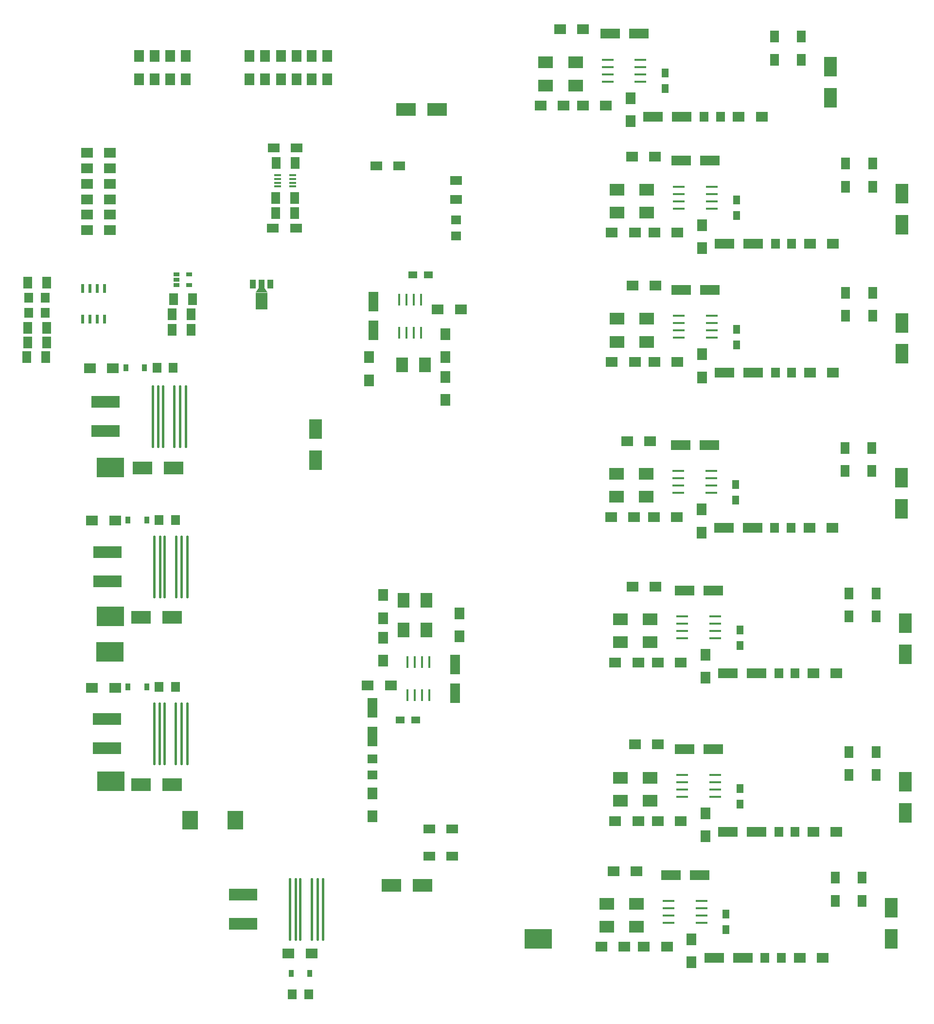
<source format=gbr>
G04 #@! TF.FileFunction,Paste,Top*
%FSLAX46Y46*%
G04 Gerber Fmt 4.6, Leading zero omitted, Abs format (unit mm)*
G04 Created by KiCad (PCBNEW 4.0.4-stable) date Monday, December 19, 2016 'PMt' 01:57:05 PM*
%MOMM*%
%LPD*%
G01*
G04 APERTURE LIST*
%ADD10C,0.100000*%
%ADD11C,0.450000*%
%ADD12R,2.000000X1.700000*%
%ADD13R,1.597660X1.800860*%
%ADD14R,0.910000X1.220000*%
%ADD15R,0.600000X1.550000*%
%ADD16R,1.060000X0.650000*%
%ADD17R,4.700000X3.430000*%
%ADD18R,3.500120X2.301240*%
%ADD19R,2.301240X3.500120*%
%ADD20R,2.000000X1.600000*%
%ADD21R,1.800860X1.597660*%
%ADD22R,1.500000X1.300000*%
%ADD23R,1.800860X3.500120*%
%ADD24R,1.700000X2.000000*%
%ADD25R,2.000000X2.500000*%
%ADD26R,2.500000X2.000000*%
%ADD27R,3.500120X1.800860*%
%ADD28R,1.300000X1.500000*%
%ADD29R,1.600000X2.000000*%
%ADD30R,1.524000X2.032000*%
%ADD31R,1.000760X1.501140*%
%ADD32R,1.998980X2.999740*%
%ADD33R,1.220000X0.400000*%
%ADD34R,2.032000X1.524000*%
%ADD35R,2.150000X0.450000*%
%ADD36R,0.450000X2.150000*%
%ADD37R,2.700000X3.200000*%
%ADD38R,5.000000X2.032000*%
G04 APERTURE END LIST*
D10*
D11*
X51514000Y-154500000D02*
X51514000Y-165000000D01*
X52514000Y-154500000D02*
X52514000Y-165000000D01*
X53514000Y-154500000D02*
X53514000Y-165000000D01*
X48744000Y-154500000D02*
X48744000Y-165000000D01*
X47744000Y-154500000D02*
X47744000Y-165000000D01*
X49524000Y-154500000D02*
X49524000Y-165000000D01*
X27840000Y-123910000D02*
X27840000Y-134410000D01*
X28840000Y-123910000D02*
X28840000Y-134410000D01*
X29840000Y-123910000D02*
X29840000Y-134410000D01*
X25070000Y-123910000D02*
X25070000Y-134410000D01*
X24070000Y-123910000D02*
X24070000Y-134410000D01*
X25850000Y-123910000D02*
X25850000Y-134410000D01*
X27592000Y-68720000D02*
X27592000Y-79220000D01*
X28592000Y-68720000D02*
X28592000Y-79220000D01*
X29592000Y-68720000D02*
X29592000Y-79220000D01*
X24822000Y-68720000D02*
X24822000Y-79220000D01*
X23822000Y-68720000D02*
X23822000Y-79220000D01*
X25602000Y-68720000D02*
X25602000Y-79220000D01*
X27880000Y-94880000D02*
X27880000Y-105380000D01*
X28880000Y-94880000D02*
X28880000Y-105380000D01*
X29880000Y-94880000D02*
X29880000Y-105380000D01*
X25110000Y-94880000D02*
X25110000Y-105380000D01*
X24110000Y-94880000D02*
X24110000Y-105380000D01*
X25890000Y-94880000D02*
X25890000Y-105380000D01*
D12*
X13300000Y-121200000D03*
X17300000Y-121200000D03*
D13*
X24980140Y-121100000D03*
X27819860Y-121100000D03*
D14*
X19565000Y-121100000D03*
X22835000Y-121100000D03*
D15*
X15505000Y-51700000D03*
X14235000Y-51700000D03*
X12965000Y-51700000D03*
X11695000Y-51700000D03*
X11695000Y-57100000D03*
X12965000Y-57100000D03*
X14235000Y-57100000D03*
X15505000Y-57100000D03*
D16*
X28000000Y-49250000D03*
X28000000Y-50200000D03*
X28000000Y-51150000D03*
X30200000Y-51150000D03*
X30200000Y-49250000D03*
D17*
X16600000Y-137500000D03*
D18*
X21799960Y-138100000D03*
X27200000Y-138100000D03*
D13*
X24580140Y-65500000D03*
X27419860Y-65500000D03*
D12*
X12900000Y-65600000D03*
X16900000Y-65600000D03*
X13300000Y-92100000D03*
X17300000Y-92100000D03*
D18*
X21799960Y-109000000D03*
X27200000Y-109000000D03*
D17*
X16500000Y-108800000D03*
D13*
X24980140Y-92000000D03*
X27819860Y-92000000D03*
D19*
X52200000Y-81600040D03*
X52200000Y-76200000D03*
D17*
X16500000Y-82900000D03*
D20*
X66800000Y-30400000D03*
X62800000Y-30400000D03*
D21*
X76700000Y-39780140D03*
X76700000Y-42619860D03*
D22*
X71850000Y-49400000D03*
X69150000Y-49400000D03*
D12*
X73500000Y-55400000D03*
X77500000Y-55400000D03*
D23*
X62300000Y-54000640D03*
X62300000Y-58999360D03*
D24*
X74800000Y-59700000D03*
X74800000Y-63700000D03*
D25*
X67300000Y-65000000D03*
X71300000Y-65000000D03*
D24*
X61500000Y-67700000D03*
X61500000Y-63700000D03*
X74800000Y-67100000D03*
X74800000Y-71100000D03*
D18*
X67999980Y-20600000D03*
X73400020Y-20600000D03*
X70800020Y-155600000D03*
X65399980Y-155600000D03*
D20*
X72000000Y-150500000D03*
X76000000Y-150500000D03*
D24*
X77300000Y-108300000D03*
X77300000Y-112300000D03*
D25*
X71500000Y-106000000D03*
X67500000Y-106000000D03*
X71500000Y-111200000D03*
X67500000Y-111200000D03*
D24*
X64000000Y-116500000D03*
X64000000Y-112500000D03*
X64000000Y-109100000D03*
X64000000Y-105100000D03*
D23*
X76500000Y-122199360D03*
X76500000Y-117200640D03*
D12*
X65300000Y-120800000D03*
X61300000Y-120800000D03*
D22*
X66950000Y-126800000D03*
X69650000Y-126800000D03*
D23*
X62100000Y-129699360D03*
X62100000Y-124700640D03*
D20*
X72000000Y-145800000D03*
X76000000Y-145800000D03*
D21*
X62100000Y-136419860D03*
X62100000Y-133580140D03*
D24*
X62100000Y-143600000D03*
X62100000Y-139600000D03*
D12*
X113400000Y-166300000D03*
X109400000Y-166300000D03*
D26*
X108100000Y-158800000D03*
X108100000Y-162800000D03*
X102900000Y-158800000D03*
X102900000Y-162800000D03*
D12*
X106000000Y-166300000D03*
X102000000Y-166300000D03*
D27*
X126599360Y-168200000D03*
X121600640Y-168200000D03*
D24*
X117700000Y-165000000D03*
X117700000Y-169000000D03*
D28*
X123700000Y-163350000D03*
X123700000Y-160650000D03*
D27*
X119099360Y-153800000D03*
X114100640Y-153800000D03*
D12*
X104100000Y-153200000D03*
X108100000Y-153200000D03*
X140500000Y-168200000D03*
X136500000Y-168200000D03*
D19*
X152500000Y-159499980D03*
X152500000Y-164900020D03*
D13*
X133319860Y-168200000D03*
X130480140Y-168200000D03*
D29*
X142700000Y-158300000D03*
X142700000Y-154300000D03*
X147400000Y-158300000D03*
X147400000Y-154300000D03*
D26*
X105300000Y-136900000D03*
X105300000Y-140900000D03*
D12*
X115800000Y-144400000D03*
X111800000Y-144400000D03*
D27*
X121499360Y-131900000D03*
X116500640Y-131900000D03*
D24*
X120100000Y-143100000D03*
X120100000Y-147100000D03*
D12*
X108400000Y-144400000D03*
X104400000Y-144400000D03*
D26*
X110500000Y-136900000D03*
X110500000Y-140900000D03*
D12*
X107800000Y-131100000D03*
X111800000Y-131100000D03*
D27*
X128999360Y-146300000D03*
X124000640Y-146300000D03*
D28*
X126100000Y-141450000D03*
X126100000Y-138750000D03*
D13*
X135719860Y-146300000D03*
X132880140Y-146300000D03*
D12*
X142900000Y-146300000D03*
X138900000Y-146300000D03*
D19*
X154900000Y-137599980D03*
X154900000Y-143000020D03*
D29*
X145100000Y-136400000D03*
X145100000Y-132400000D03*
X149800000Y-136400000D03*
X149800000Y-132400000D03*
X149800000Y-108800000D03*
X149800000Y-104800000D03*
X145100000Y-108800000D03*
X145100000Y-104800000D03*
D19*
X154900000Y-109999980D03*
X154900000Y-115400020D03*
D12*
X142900000Y-118700000D03*
X138900000Y-118700000D03*
D13*
X135719860Y-118700000D03*
X132880140Y-118700000D03*
D28*
X126100000Y-113850000D03*
X126100000Y-111150000D03*
D27*
X128999360Y-118700000D03*
X124000640Y-118700000D03*
D26*
X110500000Y-109300000D03*
X110500000Y-113300000D03*
D12*
X108400000Y-116800000D03*
X104400000Y-116800000D03*
D24*
X120100000Y-115500000D03*
X120100000Y-119500000D03*
D27*
X121499360Y-104300000D03*
X116500640Y-104300000D03*
D12*
X115800000Y-116800000D03*
X111800000Y-116800000D03*
X107400000Y-103600000D03*
X111400000Y-103600000D03*
D26*
X105300000Y-109300000D03*
X105300000Y-113300000D03*
D29*
X149100000Y-83500000D03*
X149100000Y-79500000D03*
X144400000Y-83500000D03*
X144400000Y-79500000D03*
D12*
X142200000Y-93400000D03*
X138200000Y-93400000D03*
D27*
X128299360Y-93400000D03*
X123300640Y-93400000D03*
D28*
X125400000Y-88550000D03*
X125400000Y-85850000D03*
D13*
X135019860Y-93400000D03*
X132180140Y-93400000D03*
D26*
X109800000Y-84000000D03*
X109800000Y-88000000D03*
D24*
X119400000Y-90200000D03*
X119400000Y-94200000D03*
D27*
X120799360Y-79000000D03*
X115800640Y-79000000D03*
D12*
X106500000Y-78300000D03*
X110500000Y-78300000D03*
X115100000Y-91500000D03*
X111100000Y-91500000D03*
D19*
X154200000Y-84699980D03*
X154200000Y-90100020D03*
D12*
X107700000Y-91500000D03*
X103700000Y-91500000D03*
D26*
X104600000Y-84000000D03*
X104600000Y-88000000D03*
D12*
X142300000Y-66400000D03*
X138300000Y-66400000D03*
D29*
X149200000Y-56500000D03*
X149200000Y-52500000D03*
D19*
X154300000Y-57699980D03*
X154300000Y-63100020D03*
D29*
X144500000Y-56500000D03*
X144500000Y-52500000D03*
D28*
X125500000Y-61550000D03*
X125500000Y-58850000D03*
D27*
X128399360Y-66400000D03*
X123400640Y-66400000D03*
X120899360Y-52000000D03*
X115900640Y-52000000D03*
D24*
X119500000Y-63200000D03*
X119500000Y-67200000D03*
D13*
X135119860Y-66400000D03*
X132280140Y-66400000D03*
D12*
X107400000Y-51200000D03*
X111400000Y-51200000D03*
X115200000Y-64500000D03*
X111200000Y-64500000D03*
D26*
X104700000Y-57000000D03*
X104700000Y-61000000D03*
D12*
X107800000Y-64500000D03*
X103800000Y-64500000D03*
D26*
X109900000Y-57000000D03*
X109900000Y-61000000D03*
D12*
X107800000Y-42000000D03*
X103800000Y-42000000D03*
D26*
X104700000Y-34500000D03*
X104700000Y-38500000D03*
D12*
X115200000Y-42000000D03*
X111200000Y-42000000D03*
D26*
X109900000Y-34500000D03*
X109900000Y-38500000D03*
D12*
X107300000Y-28800000D03*
X111300000Y-28800000D03*
D19*
X154300000Y-35199980D03*
X154300000Y-40600020D03*
D29*
X149200000Y-34000000D03*
X149200000Y-30000000D03*
X144500000Y-34000000D03*
X144500000Y-30000000D03*
D12*
X142300000Y-43900000D03*
X138300000Y-43900000D03*
D13*
X135119860Y-43900000D03*
X132280140Y-43900000D03*
D24*
X119500000Y-40700000D03*
X119500000Y-44700000D03*
D27*
X120899360Y-29500000D03*
X115900640Y-29500000D03*
X128399360Y-43900000D03*
X123400640Y-43900000D03*
D28*
X125500000Y-39050000D03*
X125500000Y-36350000D03*
D24*
X107100000Y-18600000D03*
X107100000Y-22600000D03*
D27*
X115999360Y-21800000D03*
X111000640Y-21800000D03*
X108499360Y-7400000D03*
X103500640Y-7400000D03*
D13*
X122719860Y-21800000D03*
X119880140Y-21800000D03*
D28*
X113100000Y-16950000D03*
X113100000Y-14250000D03*
D12*
X129900000Y-21800000D03*
X125900000Y-21800000D03*
D29*
X132100000Y-11900000D03*
X132100000Y-7900000D03*
D19*
X141900000Y-13099980D03*
X141900000Y-18500020D03*
D29*
X136800000Y-11900000D03*
X136800000Y-7900000D03*
D12*
X94800000Y-6600000D03*
X98800000Y-6600000D03*
X102800000Y-19900000D03*
X98800000Y-19900000D03*
D26*
X97500000Y-12400000D03*
X97500000Y-16400000D03*
X92300000Y-12400000D03*
X92300000Y-16400000D03*
D12*
X95400000Y-19900000D03*
X91400000Y-19900000D03*
D30*
X45349000Y-29900000D03*
X48651000Y-29900000D03*
D13*
X5119860Y-56000000D03*
X2280140Y-56000000D03*
X5100000Y-53300000D03*
X2260280Y-53300000D03*
D24*
X54274000Y-15300000D03*
X54274000Y-11300000D03*
X51574000Y-15300000D03*
X51574000Y-11300000D03*
X48874000Y-15300000D03*
X48874000Y-11300000D03*
X46174000Y-15300000D03*
X46174000Y-11300000D03*
D12*
X16400000Y-28100000D03*
X12400000Y-28100000D03*
X16400000Y-33500000D03*
X12400000Y-33500000D03*
X16400000Y-36200000D03*
X12400000Y-36200000D03*
X16400000Y-38900000D03*
X12400000Y-38900000D03*
X16400000Y-41600000D03*
X12400000Y-41600000D03*
D24*
X29600000Y-15300000D03*
X29600000Y-11300000D03*
X26900000Y-15300000D03*
X26900000Y-11300000D03*
X24200000Y-15300000D03*
X24200000Y-11300000D03*
X21500000Y-15300000D03*
X21500000Y-11300000D03*
D30*
X30551000Y-56200000D03*
X27249000Y-56200000D03*
X27449000Y-53600000D03*
X30751000Y-53600000D03*
X48600000Y-38600000D03*
X45298000Y-38600000D03*
X30551000Y-58900000D03*
X27249000Y-58900000D03*
X2100000Y-58600000D03*
X5402000Y-58600000D03*
D31*
X44301140Y-50948340D03*
X42800000Y-50948340D03*
X41298860Y-50948340D03*
D32*
X42800000Y-53899820D03*
D10*
G36*
X41799240Y-52425350D02*
X42299620Y-51676050D01*
X43300380Y-51676050D01*
X43800760Y-52425350D01*
X41799240Y-52425350D01*
X41799240Y-52425350D01*
G37*
D20*
X44800000Y-41200000D03*
X48800000Y-41200000D03*
X48900000Y-27300000D03*
X44900000Y-27300000D03*
D30*
X45298000Y-36000000D03*
X48600000Y-36000000D03*
D33*
X45590000Y-33325000D03*
X45590000Y-32675000D03*
X45590000Y-32025000D03*
X45590000Y-33975000D03*
X48210000Y-32025000D03*
X48210000Y-32675000D03*
X48210000Y-33325000D03*
X48210000Y-33975000D03*
D30*
X2100000Y-61100000D03*
X5402000Y-61100000D03*
X5202000Y-63700000D03*
X1900000Y-63700000D03*
X2098000Y-50700000D03*
X5400000Y-50700000D03*
D12*
X16400000Y-30800000D03*
X12400000Y-30800000D03*
D14*
X19165000Y-65500000D03*
X22435000Y-65500000D03*
X19565000Y-92000000D03*
X22835000Y-92000000D03*
D34*
X76700000Y-32949000D03*
X76700000Y-36251000D03*
D35*
X103062500Y-11895000D03*
X103062500Y-13165000D03*
X103062500Y-14435000D03*
X103062500Y-15705000D03*
X108812500Y-15705000D03*
X108812500Y-14435000D03*
X108812500Y-13165000D03*
X108812500Y-11895000D03*
D36*
X66795000Y-59437500D03*
X68065000Y-59437500D03*
X69335000Y-59437500D03*
X70605000Y-59437500D03*
X70605000Y-53687500D03*
X69335000Y-53687500D03*
X68065000Y-53687500D03*
X66795000Y-53687500D03*
D35*
X115462500Y-33995000D03*
X115462500Y-35265000D03*
X115462500Y-36535000D03*
X115462500Y-37805000D03*
X121212500Y-37805000D03*
X121212500Y-36535000D03*
X121212500Y-35265000D03*
X121212500Y-33995000D03*
X115462500Y-56495000D03*
X115462500Y-57765000D03*
X115462500Y-59035000D03*
X115462500Y-60305000D03*
X121212500Y-60305000D03*
X121212500Y-59035000D03*
X121212500Y-57765000D03*
X121212500Y-56495000D03*
X115362500Y-83495000D03*
X115362500Y-84765000D03*
X115362500Y-86035000D03*
X115362500Y-87305000D03*
X121112500Y-87305000D03*
X121112500Y-86035000D03*
X121112500Y-84765000D03*
X121112500Y-83495000D03*
X116062500Y-108795000D03*
X116062500Y-110065000D03*
X116062500Y-111335000D03*
X116062500Y-112605000D03*
X121812500Y-112605000D03*
X121812500Y-111335000D03*
X121812500Y-110065000D03*
X121812500Y-108795000D03*
X116062500Y-136395000D03*
X116062500Y-137665000D03*
X116062500Y-138935000D03*
X116062500Y-140205000D03*
X121812500Y-140205000D03*
X121812500Y-138935000D03*
X121812500Y-137665000D03*
X121812500Y-136395000D03*
X113662500Y-158295000D03*
X113662500Y-159565000D03*
X113662500Y-160835000D03*
X113662500Y-162105000D03*
X119412500Y-162105000D03*
X119412500Y-160835000D03*
X119412500Y-159565000D03*
X119412500Y-158295000D03*
D36*
X72005000Y-116762500D03*
X70735000Y-116762500D03*
X69465000Y-116762500D03*
X68195000Y-116762500D03*
X68195000Y-122512500D03*
X69465000Y-122512500D03*
X70735000Y-122512500D03*
X72005000Y-122512500D03*
D37*
X30340000Y-144272000D03*
X38240000Y-144272000D03*
D24*
X43440000Y-15300000D03*
X43440000Y-11300000D03*
X40700000Y-15300000D03*
X40700000Y-11300000D03*
D17*
X16400000Y-115000000D03*
X91000000Y-164900000D03*
D18*
X22099980Y-83000000D03*
X27500020Y-83000000D03*
D38*
X39599000Y-157210000D03*
X39599000Y-162290000D03*
X15925000Y-126620000D03*
X15925000Y-131700000D03*
X15677000Y-71430000D03*
X15677000Y-76510000D03*
X15965000Y-97590000D03*
X15965000Y-102670000D03*
D14*
X51235000Y-170900000D03*
X47965000Y-170900000D03*
D13*
X48180140Y-174600000D03*
X51019860Y-174600000D03*
D12*
X47500000Y-167500000D03*
X51500000Y-167500000D03*
M02*

</source>
